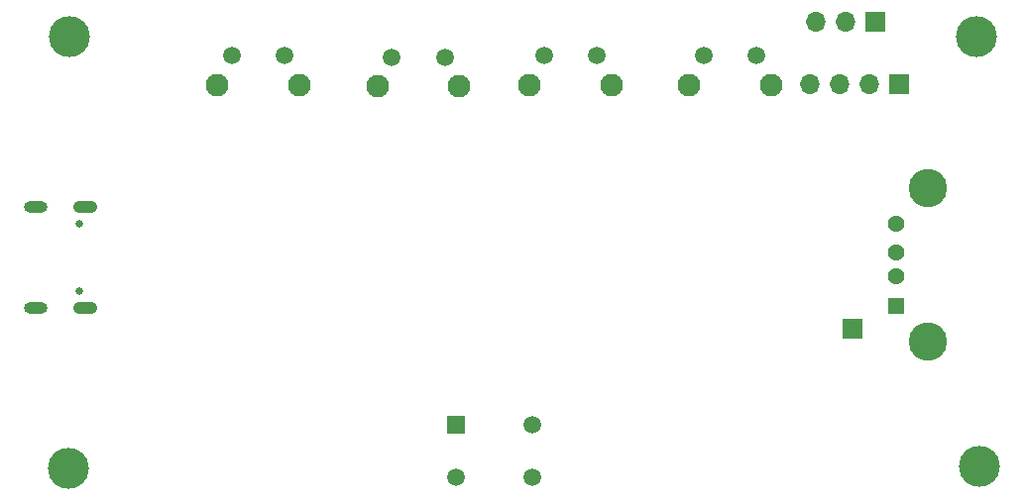
<source format=gbr>
%TF.GenerationSoftware,KiCad,Pcbnew,(5.1.10)-1*%
%TF.CreationDate,2022-05-21T22:50:28+08:00*%
%TF.ProjectId,stm32f103,73746d33-3266-4313-9033-2e6b69636164,rev?*%
%TF.SameCoordinates,Original*%
%TF.FileFunction,Soldermask,Bot*%
%TF.FilePolarity,Negative*%
%FSLAX46Y46*%
G04 Gerber Fmt 4.6, Leading zero omitted, Abs format (unit mm)*
G04 Created by KiCad (PCBNEW (5.1.10)-1) date 2022-05-21 22:50:28*
%MOMM*%
%LPD*%
G01*
G04 APERTURE LIST*
%ADD10C,1.498000*%
%ADD11R,1.498000X1.498000*%
%ADD12C,1.950000*%
%ADD13C,0.650000*%
%ADD14O,2.100000X1.050000*%
%ADD15O,2.000000X1.000000*%
%ADD16C,3.276000*%
%ADD17C,1.428000*%
%ADD18R,1.428000X1.428000*%
%ADD19C,3.500000*%
%ADD20R,1.700000X1.700000*%
%ADD21O,1.700000X1.700000*%
G04 APERTURE END LIST*
D10*
%TO.C,SW1*%
X158350000Y-112450000D03*
X158350000Y-116950000D03*
D11*
X151850000Y-112450000D03*
D10*
X151850000Y-116950000D03*
%TD*%
D12*
%TO.C,S4*%
X171695000Y-83390000D03*
X178705000Y-83390000D03*
D10*
X172950000Y-80900000D03*
X177450000Y-80900000D03*
%TD*%
D12*
%TO.C,S3*%
X158095000Y-83390000D03*
X165105000Y-83390000D03*
D10*
X159350000Y-80900000D03*
X163850000Y-80900000D03*
%TD*%
D12*
%TO.C,S2*%
X145095000Y-83490000D03*
X152105000Y-83490000D03*
D10*
X146350000Y-81000000D03*
X150850000Y-81000000D03*
%TD*%
D12*
%TO.C,S1*%
X131395000Y-83390000D03*
X138405000Y-83390000D03*
D10*
X132650000Y-80900000D03*
X137150000Y-80900000D03*
%TD*%
D13*
%TO.C,J3*%
X119630000Y-95230000D03*
X119630000Y-101010000D03*
D14*
X120130000Y-102440000D03*
X120130000Y-93800000D03*
D15*
X115950000Y-102440000D03*
X115950000Y-93800000D03*
%TD*%
D16*
%TO.C,J6*%
X192100000Y-92180000D03*
X192100000Y-105320000D03*
D17*
X189390000Y-95250000D03*
X189390000Y-97750000D03*
X189390000Y-99750000D03*
D18*
X189390000Y-102250000D03*
%TD*%
D19*
%TO.C,M3*%
X196500000Y-116000000D03*
%TD*%
%TO.C,M4*%
X118700000Y-116200000D03*
%TD*%
%TO.C,M2*%
X196300000Y-79300000D03*
%TD*%
%TO.C,M1*%
X118800000Y-79300000D03*
%TD*%
D20*
%TO.C,J5*%
X185700000Y-104200000D03*
%TD*%
D21*
%TO.C,J1*%
X182080000Y-83300000D03*
X184620000Y-83300000D03*
X187160000Y-83300000D03*
D20*
X189700000Y-83300000D03*
%TD*%
D21*
%TO.C,J2*%
X182560000Y-78000000D03*
X185100000Y-78000000D03*
D20*
X187640000Y-78000000D03*
%TD*%
M02*

</source>
